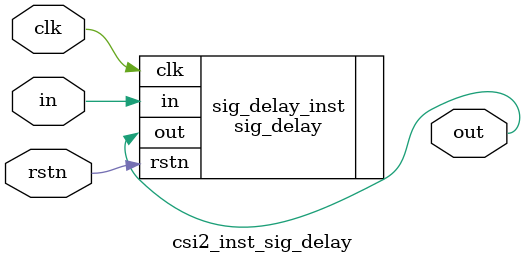
<source format=v>

module csi2_inst_sig_delay (
  input wire   clk,
  input wire   rstn,
  input wire   in, 
  output wire  out
);

sig_delay sig_delay_inst(
  .clk      (clk),
  .rstn     (rstn),
  .in       (in),
  .out      (out)
);

endmodule

</source>
